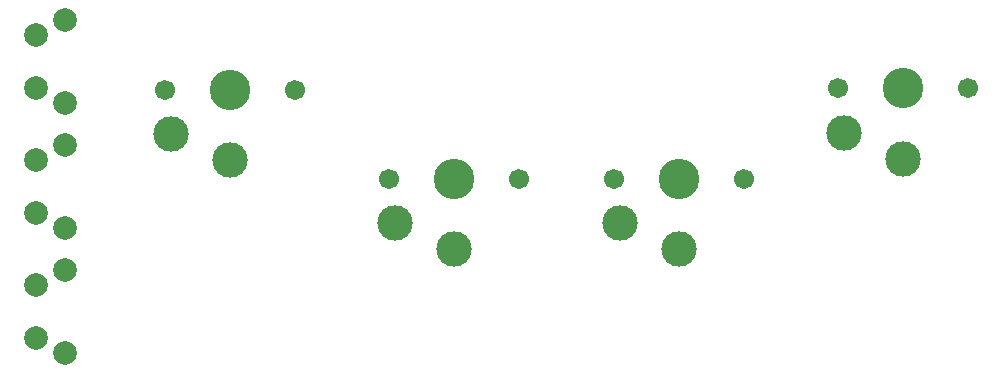
<source format=gbr>
%TF.GenerationSoftware,KiCad,Pcbnew,9.0.0*%
%TF.CreationDate,2025-05-10T10:01:21-07:00*%
%TF.ProjectId,c7k-left-hand,63376b2d-6c65-4667-942d-68616e642e6b,rev?*%
%TF.SameCoordinates,Original*%
%TF.FileFunction,Soldermask,Top*%
%TF.FilePolarity,Negative*%
%FSLAX46Y46*%
G04 Gerber Fmt 4.6, Leading zero omitted, Abs format (unit mm)*
G04 Created by KiCad (PCBNEW 9.0.0) date 2025-05-10 10:01:21*
%MOMM*%
%LPD*%
G01*
G04 APERTURE LIST*
%ADD10C,2.000000*%
%ADD11C,1.701800*%
%ADD12C,3.000000*%
%ADD13C,3.429000*%
G04 APERTURE END LIST*
D10*
%TO.C,SW4*%
X162562500Y-99075000D03*
X162562500Y-94575000D03*
X165052500Y-100325000D03*
X165052500Y-93315000D03*
%TD*%
%TO.C,SW5*%
X162562500Y-88475000D03*
X162562500Y-83975000D03*
X165052500Y-89725000D03*
X165052500Y-82715000D03*
%TD*%
D11*
%TO.C,SW0*%
X173500000Y-78000000D03*
D12*
X174000000Y-81750000D03*
D13*
X179000000Y-78000000D03*
D12*
X179000000Y-83950000D03*
D11*
X184500000Y-78000000D03*
%TD*%
D10*
%TO.C,SW6*%
X162562500Y-77875000D03*
X162562500Y-73375000D03*
X165052500Y-79125000D03*
X165052500Y-72115000D03*
%TD*%
D11*
%TO.C,SW2*%
X211500000Y-85550000D03*
D12*
X212000000Y-89300000D03*
D13*
X217000000Y-85550000D03*
D12*
X217000000Y-91500000D03*
D11*
X222500000Y-85550000D03*
%TD*%
%TO.C,SW3*%
X230500000Y-77900000D03*
D12*
X231000000Y-81650000D03*
D13*
X236000000Y-77900000D03*
D12*
X236000000Y-83850000D03*
D11*
X241500000Y-77900000D03*
%TD*%
%TO.C,SW1*%
X192500000Y-85550000D03*
D12*
X193000000Y-89300000D03*
D13*
X198000000Y-85550000D03*
D12*
X198000000Y-91500000D03*
D11*
X203500000Y-85550000D03*
%TD*%
M02*

</source>
